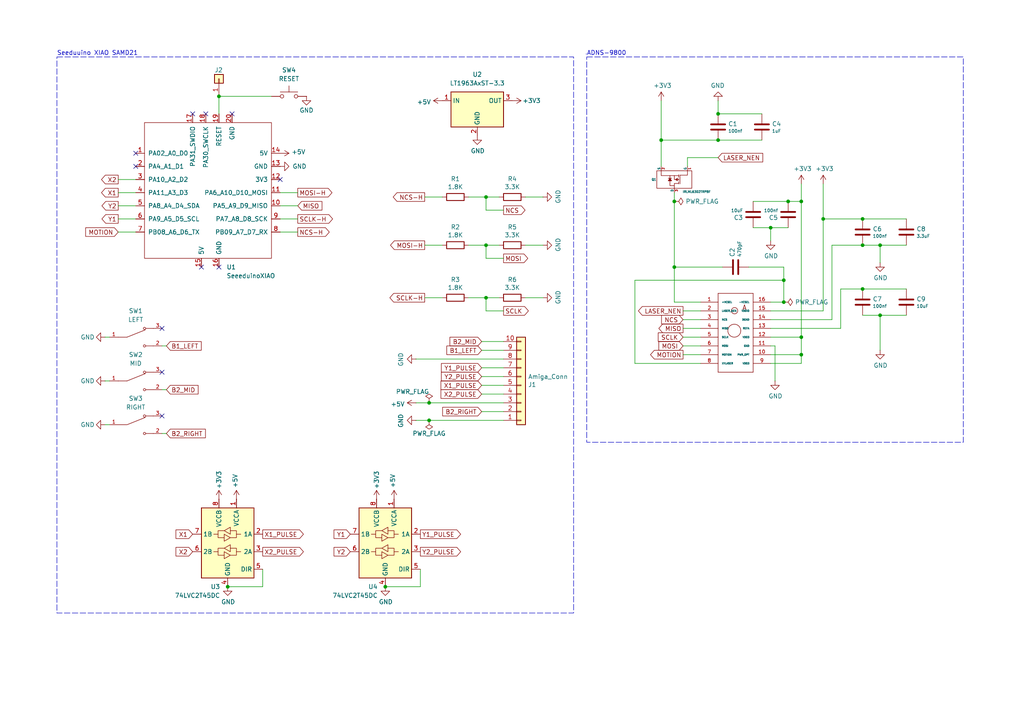
<source format=kicad_sch>
(kicad_sch (version 20231120) (generator "eeschema") (generator_version "8.0")
  (paper "A4")
  (lib_symbols
    (symbol "Connector_Generic:Conn_01x01" (pin_names (offset 1.016) hide)
      (property "Reference" "J" (at 0 2.54 0))
      (property "Value" "Conn_01x01" (at 0 -2.54 0))
      (symbol "Conn_01x01_1_1"
        (rectangle (start -1.27 0.127) (end 0 -0.127) (stroke (width 0.1524)))
        (rectangle (start -1.27 1.27) (end 1.27 -1.27) (stroke (width 0.254)) (fill (type background)))
        (pin passive line (at -5.08 0 0) (length 3.81) (name "Pin_1") (number "1"))
      )
    )
    (symbol "Connector_Generic:Conn_01x10" (pin_names (offset 1.016) hide)
      (property "Reference" "J" (at 0 12.7 0))
      (property "Value" "Conn_01x10" (at 0 -15.24 0))
      (symbol "Conn_01x10_1_1"
        (rectangle (start -1.27 -12.573) (end 0 -12.827) (stroke (width 0.1524)))
        (rectangle (start -1.27 -10.033) (end 0 -10.287) (stroke (width 0.1524)))
        (rectangle (start -1.27 -7.493) (end 0 -7.747) (stroke (width 0.1524)))
        (rectangle (start -1.27 -4.953) (end 0 -5.207) (stroke (width 0.1524)))
        (rectangle (start -1.27 -2.413) (end 0 -2.667) (stroke (width 0.1524)))
        (rectangle (start -1.27 0.127) (end 0 -0.127) (stroke (width 0.1524)))
        (rectangle (start -1.27 2.667) (end 0 2.413) (stroke (width 0.1524)))
        (rectangle (start -1.27 5.207) (end 0 4.953) (stroke (width 0.1524)))
        (rectangle (start -1.27 7.747) (end 0 7.493) (stroke (width 0.1524)))
        (rectangle (start -1.27 10.287) (end 0 10.033) (stroke (width 0.1524)))
        (rectangle (start -1.27 11.43) (end 1.27 -13.97) (stroke (width 0.254)) (fill (type background)))
        (pin passive line (at -5.08 10.16 0) (length 3.81) (name "Pin_1") (number "1"))
        (pin passive line (at -5.08 -12.7 0) (length 3.81) (name "Pin_10") (number "10"))
        (pin passive line (at -5.08 7.62 0) (length 3.81) (name "Pin_2") (number "2"))
        (pin passive line (at -5.08 5.08 0) (length 3.81) (name "Pin_3") (number "3"))
        (pin passive line (at -5.08 2.54 0) (length 3.81) (name "Pin_4") (number "4"))
        (pin passive line (at -5.08 0 0) (length 3.81) (name "Pin_5") (number "5"))
        (pin passive line (at -5.08 -2.54 0) (length 3.81) (name "Pin_6") (number "6"))
        (pin passive line (at -5.08 -5.08 0) (length 3.81) (name "Pin_7") (number "7"))
        (pin passive line (at -5.08 -7.62 0) (length 3.81) (name "Pin_8") (number "8"))
        (pin passive line (at -5.08 -10.16 0) (length 3.81) (name "Pin_9") (number "9"))
      )
    )
    (symbol "Device:C" (pin_numbers hide) (pin_names (offset 0.254))
      (property "Reference" "C" (at 0.635 2.54 0))
      (property "Value" "C" (at 0.635 -2.54 0))
      (symbol "C_0_1"
        (polyline (pts (xy -2.032 -0.762) (xy 2.032 -0.762)) (stroke (width 0.508)))
        (polyline (pts (xy -2.032 0.762) (xy 2.032 0.762)) (stroke (width 0.508)))
      )
      (symbol "C_1_1"
        (pin passive line (at 0 3.81 270) (length 2.794) (name "~") (number "1"))
        (pin passive line (at 0 -3.81 90) (length 2.794) (name "~") (number "2"))
      )
    )
    (symbol "Device:R" (pin_numbers hide) (pin_names (offset 0))
      (property "Reference" "R" (at 2.032 0 90))
      (property "Value" "R" (at 0 0 90))
      (symbol "R_0_1"
        (rectangle (start -1.016 -2.54) (end 1.016 2.54) (stroke (width 0.254)))
      )
      (symbol "R_1_1"
        (pin passive line (at 0 3.81 270) (length 1.27) (name "~") (number "1"))
        (pin passive line (at 0 -3.81 90) (length 1.27) (name "~") (number "2"))
      )
    )
    (symbol "Logic_LevelTranslator:74LVC2T45DC"
      (property "Reference" "U" (at 6.35 -11.43 0))
      (property "Value" "74LVC2T45DC" (at 10.16 11.43 0))
      (symbol "74LVC2T45DC_1_1"
        (rectangle (start -7.62 10.16) (end 7.62 -10.16) (stroke (width 0.254)) (fill (type background)))
        (polyline (pts (xy -2.54 -2.54) (xy -2.54 -1.524) (xy -0.762 -1.524)))
        (polyline (pts (xy -2.54 2.54) (xy -2.54 3.556) (xy -0.762 3.556)))
        (polyline (pts (xy 2.794 -2.54) (xy 2.794 -3.556) (xy 1.016 -3.556)))
        (polyline (pts (xy 2.794 2.54) (xy 2.794 1.524) (xy 1.016 1.524)))
        (polyline (pts (xy -0.762 -3.556) (xy -2.54 -3.556) (xy -2.54 -2.54) (xy -3.81 -2.54)))
        (polyline (pts (xy -0.762 -2.54) (xy -0.762 -0.508) (xy 1.016 -1.524) (xy -0.762 -2.54)))
        (polyline (pts (xy -0.762 1.524) (xy -2.54 1.524) (xy -2.54 2.54) (xy -3.81 2.54)))
        (polyline (pts (xy -0.762 2.54) (xy -0.762 4.572) (xy 1.016 3.556) (xy -0.762 2.54)))
        (polyline (pts (xy 1.016 -1.524) (xy 2.794 -1.524) (xy 2.794 -2.54) (xy 4.064 -2.54)))
        (polyline (pts (xy 1.016 3.556) (xy 2.794 3.556) (xy 2.794 2.54) (xy 4.064 2.54)))
        (polyline (pts (xy 1.016 -2.54) (xy 1.016 -4.318) (xy 1.016 -4.572) (xy -0.762 -3.556) (xy 1.016 -2.54)))
        (polyline (pts (xy 1.016 2.54) (xy 1.016 0.762) (xy 1.016 0.508) (xy -0.762 1.524) (xy 1.016 2.54)))
        (pin power_in line (at -2.54 12.7 270) (length 2.54) (name "VCCA") (number "1"))
        (pin bidirectional line (at -10.16 2.54 0) (length 2.54) (name "1A") (number "2"))
        (pin bidirectional line (at -10.16 -2.54 0) (length 2.54) (name "2A") (number "3"))
        (pin power_in line (at 0 -12.7 90) (length 2.54) (name "GND") (number "4"))
        (pin input line (at -10.16 -7.62 0) (length 2.54) (name "DIR") (number "5"))
        (pin bidirectional line (at 10.16 -2.54 180) (length 2.54) (name "2B") (number "6"))
        (pin bidirectional line (at 10.16 2.54 180) (length 2.54) (name "1B") (number "7"))
        (pin power_in line (at 2.54 12.7 270) (length 2.54) (name "VCCB") (number "8"))
      )
    )
    (symbol "PregnantLaserMouse:ADNS-9800" (pin_names (offset 1.016))
      (symbol "ADNS-9800_1_0"
        (polyline (pts (xy -2.54 0) (xy -2.54 10.16)))
        (polyline (pts (xy -2.54 10.16) (xy 20.32 10.16)))
        (polyline (pts (xy 20.32 0) (xy -2.54 0)))
        (polyline (pts (xy 20.32 10.16) (xy 20.32 0)))
        (text "A" (at 1.5748 7.6454 900) (effects (font (size 1.4224 1.4224))))
      )
      (symbol "ADNS-9800_1_1"
        (circle (center 2.4892 4.7752) (radius 0.9144))
        (circle (center 8.2804 4.699) (radius 1.8796))
        (pin power_in line (at 0 -5.08 90) (length 5.08) (name "+VCSEL") (number "1"))
        (pin input line (at 15.24 15.24 270) (length 5.08) (name "PWR_OPT") (number "10"))
        (pin power_in line (at 12.7 15.24 270) (length 5.08) (name "GND") (number "11"))
        (pin power_in line (at 10.16 15.24 270) (length 5.08) (name "VDD3") (number "12"))
        (pin power_out line (at 7.62 15.24 270) (length 5.08) (name "REFA") (number "13"))
        (pin power_in line (at 5.08 15.24 270) (length 5.08) (name "DGND") (number "14"))
        (pin power_in line (at 2.54 15.24 270) (length 5.08) (name "VDDIO") (number "15"))
        (pin power_in line (at 0 15.24 270) (length 5.08) (name "-VCSEL") (number "16"))
        (pin output line (at 2.54 -5.08 90) (length 5.08) (name "LASER_NEN") (number "2"))
        (pin input line (at 5.08 -5.08 90) (length 5.08) (name "NCS") (number "3"))
        (pin output line (at 7.62 -5.08 90) (length 5.08) (name "MISO") (number "4"))
        (pin input line (at 10.16 -5.08 90) (length 5.08) (name "SCLK") (number "5"))
        (pin input line (at 12.7 -5.08 90) (length 5.08) (name "MOSI") (number "6"))
        (pin output line (at 15.24 -5.08 90) (length 5.08) (name "MOTION") (number "7"))
        (pin input line (at 17.78 -5.08 90) (length 5.08) (name "XYLASER") (number "8"))
        (pin power_in line (at 17.78 15.24 270) (length 5.08) (name "VDD3") (number "9"))
      )
    )
    (symbol "PregnantLaserMouse:D2F-01F" (pin_names (offset 1.016))
      (property "Reference" "S" (at -2.54 5.08 0))
      (property "Value" "D2F-01F" (at -2.54 -5.08 0))
      (symbol "D2F-01F_0_0"
        (polyline (pts (xy -2.54 0) (xy -5.08 0)) (stroke (width 0.1524)))
        (polyline (pts (xy -2.54 0) (xy 2.794 2.1336)) (stroke (width 0.1524)))
        (polyline (pts (xy 5.08 -2.54) (xy 2.921 -2.54)) (stroke (width 0.1524)))
        (polyline (pts (xy 5.08 2.54) (xy 2.921 2.54)) (stroke (width 0.1524)))
        (circle (center 2.54 -2.54) (radius 0.3302) (stroke (width 0.1524)))
        (circle (center 2.54 2.54) (radius 0.3302) (stroke (width 0.1524)))
        (pin passive line (at -7.62 0 0) (length 2.54) (name "~") (number "1"))
        (pin passive line (at 7.62 -2.54 180) (length 2.54) (name "~") (number "2"))
        (pin passive line (at 7.62 2.54 180) (length 2.54) (name "~") (number "3"))
      )
    )
    (symbol "PregnantLaserMouse:PMOS_VISHAY_SOT23" (pin_names (offset 0))
      (property "Reference" "Q1" (at 0 -6.604 90))
      (property "Value" "IRLML6302TRPBF" (at 3.556 2.413 90))
      (symbol "PMOS_VISHAY_SOT23_0_1"
        (rectangle (start -2.54 5.08) (end 2.54 -5.08))
        (polyline (pts (xy -1.397 1.27) (xy -0.635 1.27)))
        (polyline (pts (xy -1.27 1.651) (xy 1.27 1.651)))
        (polyline (pts (xy -0.381 -0.762) (xy -0.381 -1.778)))
        (polyline (pts (xy -0.254 1.27) (xy 0.254 1.27)))
        (polyline (pts (xy 0.635 1.27) (xy 1.27 1.27)))
        (polyline (pts (xy -2.54 -3.81) (xy -1.143 -3.81) (xy -1.143 1.27)))
        (polyline (pts (xy -2.54 3.81) (xy -1.27 3.81) (xy -1.27 1.651)))
        (polyline (pts (xy 0 1.27) (xy 0 0) (xy -1.143 0)))
        (polyline (pts (xy 1.143 1.27) (xy 1.143 0) (xy 2.54 0)))
        (polyline (pts (xy 1.778 0) (xy 1.778 -1.27) (xy -1.143 -1.27)))
        (polyline (pts (xy -0.381 -1.27) (xy 0.381 -0.762) (xy 0.381 -1.778) (xy -0.381 -1.27)) (fill (type outline)))
        (polyline (pts (xy -0.381 0.889) (xy 0 0.381) (xy 0.381 0.889) (xy -0.254 0.889) (xy -0.381 0.889)) (fill (type outline)))
      )
      (symbol "PMOS_VISHAY_SOT23_1_1"
        (pin input line (at -3.81 3.81 0) (length 1.27) (name "G") (number "1"))
        (pin input line (at -3.81 -3.81 0) (length 1.27) (name "S") (number "2"))
        (pin input line (at 3.81 0 180) (length 1.27) (name "D") (number "3"))
      )
    )
    (symbol "PregnantLaserMouse:SeeeduinoXIAO" (pin_names (offset 1.016))
      (property "Reference" "U" (at -19.05 22.86 0))
      (property "Value" "SeeeduinoXIAO" (at -12.7 21.59 0))
      (symbol "SeeeduinoXIAO_0_1"
        (rectangle (start -19.05 20.32) (end 17.78 -19.05))
      )
      (symbol "SeeeduinoXIAO_1_1"
        (pin passive line (at -21.59 11.43 0) (length 2.54) (name "PA02_A0_D0") (number "1"))
        (pin passive line (at 20.32 -3.81 180) (length 2.54) (name "PA5_A9_D9_MISO") (number "10"))
        (pin passive line (at 20.32 0 180) (length 2.54) (name "PA6_A10_D10_MOSI") (number "11"))
        (pin power_out line (at 20.32 3.81 180) (length 2.54) (name "3V3") (number "12"))
        (pin power_in line (at 20.32 7.62 180) (length 2.54) (name "GND") (number "13"))
        (pin power_in line (at 20.32 11.43 180) (length 2.54) (name "5V") (number "14"))
        (pin power_in line (at -2.54 -21.59 90) (length 2.54) (name "5V") (number "15"))
        (pin power_in line (at 2.54 -21.59 90) (length 2.54) (name "GND") (number "16"))
        (pin input line (at -5.08 22.86 270) (length 2.54) (name "PA31_SWDIO") (number "17"))
        (pin input line (at -1.27 22.86 270) (length 2.54) (name "PA30_SWCLK") (number "18"))
        (pin input line (at 2.54 22.86 270) (length 2.54) (name "RESET") (number "19"))
        (pin passive line (at -21.59 7.62 0) (length 2.54) (name "PA4_A1_D1") (number "2"))
        (pin input line (at 6.35 22.86 270) (length 2.54) (name "GND") (number "20"))
        (pin passive line (at -21.59 3.81 0) (length 2.54) (name "PA10_A2_D2") (number "3"))
        (pin passive line (at -21.59 0 0) (length 2.54) (name "PA11_A3_D3") (number "4"))
        (pin passive line (at -21.59 -3.81 0) (length 2.54) (name "PA8_A4_D4_SDA") (number "5"))
        (pin passive line (at -21.59 -7.62 0) (length 2.54) (name "PA9_A5_D5_SCL") (number "6"))
        (pin passive line (at -21.59 -11.43 0) (length 2.54) (name "PB08_A6_D6_TX") (number "7"))
        (pin passive line (at 20.32 -11.43 180) (length 2.54) (name "PB09_A7_D7_RX") (number "8"))
        (pin passive line (at 20.32 -7.62 180) (length 2.54) (name "PA7_A8_D8_SCK") (number "9"))
      )
    )
    (symbol "Regulator_Linear:LT1963AxST-3.3"
      (property "Reference" "U" (at -7.62 6.35 0))
      (property "Value" "LT1963AxST-3.3" (at -1.27 6.35 0))
      (symbol "LT1963AxST-3.3_0_1"
        (rectangle (start -7.62 5.08) (end 7.62 -5.08) (stroke (width 0.254)) (fill (type background)))
      )
      (symbol "LT1963AxST-3.3_1_1"
        (pin power_in line (at -10.16 2.54 0) (length 2.54) (name "IN") (number "1"))
        (pin power_in line (at 0 -7.62 90) (length 2.54) (name "GND") (number "2"))
        (pin power_out line (at 10.16 2.54 180) (length 2.54) (name "OUT") (number "3"))
      )
    )
    (symbol "Switch:SW_Omron_B3FS" (pin_numbers hide) (pin_names (offset 1.016) hide)
      (property "Reference" "SW" (at 1.27 2.54 0))
      (property "Value" "SW_Omron_B3FS" (at 0 -1.524 0))
      (symbol "SW_Omron_B3FS_0_1"
        (circle (center -2.032 0) (radius 0.508))
        (polyline (pts (xy 0 1.27) (xy 0 3.048)))
        (polyline (pts (xy 2.54 1.27) (xy -2.54 1.27)))
        (circle (center 2.032 0) (radius 0.508))
        (pin passive line (at -5.08 0 0) (length 2.54) (name "1") (number "1"))
        (pin passive line (at 5.08 0 180) (length 2.54) (name "2") (number "2"))
      )
    )
    (symbol "power:+3.3V" (power) (pin_numbers hide) (pin_names (offset 0) hide)
      (property "Value" "+3.3V" (at 0 3.556 0))
      (symbol "+3.3V_0_1"
        (polyline (pts (xy -0.762 1.27) (xy 0 2.54)))
        (polyline (pts (xy 0 0) (xy 0 2.54)))
        (polyline (pts (xy 0 2.54) (xy 0.762 1.27)))
      )
      (symbol "+3.3V_1_1"
        (pin power_in line (at 0 0 90) (length 0) (name "~") (number "1"))
      )
    )
    (symbol "power:+5V" (power) (pin_numbers hide) (pin_names (offset 0) hide)
      (property "Value" "+5V" (at 0 3.556 0))
      (symbol "+5V_0_1"
        (polyline (pts (xy -0.762 1.27) (xy 0 2.54)))
        (polyline (pts (xy 0 0) (xy 0 2.54)))
        (polyline (pts (xy 0 2.54) (xy 0.762 1.27)))
      )
      (symbol "+5V_1_1"
        (pin power_in line (at 0 0 90) (length 0) (name "~") (number "1"))
      )
    )
    (symbol "power:GND" (power) (pin_numbers hide) (pin_names (offset 0) hide)
      (property "Value" "GND" (at 0 -3.81 0))
      (symbol "GND_0_1"
        (polyline (pts (xy 0 0) (xy 0 -1.27) (xy 1.27 -1.27) (xy 0 -2.54) (xy -1.27 -1.27) (xy 0 -1.27)))
      )
      (symbol "GND_1_1"
        (pin power_in line (at 0 0 270) (length 0) (name "~") (number "1"))
      )
    )
    (symbol "power:PWR_FLAG" (power) (pin_numbers hide) (pin_names (offset 0) hide)
      (property "Value" "PWR_FLAG" (at 0 3.81 0))
      (symbol "PWR_FLAG_0_0"
        (pin power_out line (at 0 0 90) (length 0) (name "~") (number "1"))
      )
      (symbol "PWR_FLAG_0_1"
        (polyline (pts (xy 0 0) (xy 0 1.27) (xy -1.016 1.905) (xy 0 2.54) (xy 1.016 1.905) (xy 0 1.27)))
      )
    )
  )
  (junction (at 227.33 87.63))
  (junction (at 140.97 57.15))
  (junction (at 208.28 33.02))
  (junction (at 140.97 86.36))
  (junction (at 195.58 58.42))
  (junction (at 124.46 121.92))
  (junction (at 238.76 63.5))
  (junction (at 111.76 170.18))
  (junction (at 250.19 71.12))
  (junction (at 250.19 83.82))
  (junction (at 228.6 58.42))
  (junction (at 140.97 71.12))
  (junction (at 208.28 40.64))
  (junction (at 191.77 40.64))
  (junction (at 232.41 97.79))
  (junction (at 250.19 63.5))
  (junction (at 227.33 81.28))
  (junction (at 232.41 58.42))
  (junction (at 255.27 71.12))
  (junction (at 63.5 27.94))
  (junction (at 255.27 91.44))
  (junction (at 124.46 116.84))
  (junction (at 66.04 170.18))
  (junction (at 232.41 102.87))
  (junction (at 195.58 77.47))
  (junction (at 223.52 66.04))
  (no_connect (at 59.69 33.02))
  (no_connect (at 63.5 77.47))
  (no_connect (at 55.88 33.02))
  (no_connect (at 67.31 33.02))
  (no_connect (at 58.42 77.47))
  (no_connect (at 46.99 95.25))
  (no_connect (at 81.28 52.07))
  (no_connect (at 39.37 48.26))
  (no_connect (at 39.37 44.45))
  (no_connect (at 46.99 120.65))
  (no_connect (at 46.99 107.95))
  (wire (pts (xy 232.41 105.41) (xy 223.52 105.41)))
  (wire (pts (xy 208.28 40.64) (xy 220.98 40.64)))
  (wire (pts (xy 140.97 86.36) (xy 140.97 90.17)))
  (wire (pts (xy 217.17 77.47) (xy 227.33 77.47)))
  (wire (pts (xy 195.58 55.88) (xy 195.58 58.42)))
  (wire (pts (xy 121.92 165.1) (xy 121.92 170.18)))
  (wire (pts (xy 140.97 71.12) (xy 144.78 71.12)))
  (wire (pts (xy 228.6 66.04) (xy 223.52 66.04)))
  (wire (pts (xy 48.26 125.73) (xy 46.99 125.73)))
  (wire (pts (xy 223.52 100.33) (xy 224.79 100.33)))
  (wire (pts (xy 218.44 58.42) (xy 228.6 58.42)))
  (wire (pts (xy 128.27 57.15) (xy 123.19 57.15)))
  (wire (pts (xy 81.28 67.31) (xy 86.36 67.31)))
  (wire (pts (xy 30.48 97.79) (xy 31.75 97.79)))
  (wire (pts (xy 198.12 102.87) (xy 203.2 102.87)))
  (wire (pts (xy 191.77 40.64) (xy 191.77 48.26)))
  (wire (pts (xy 195.58 87.63) (xy 203.2 87.63)))
  (wire (pts (xy 223.52 87.63) (xy 227.33 87.63)))
  (wire (pts (xy 34.29 55.88) (xy 39.37 55.88)))
  (wire (pts (xy 243.84 83.82) (xy 243.84 95.25)))
  (wire (pts (xy 224.79 100.33) (xy 224.79 110.49)))
  (wire (pts (xy 48.26 113.03) (xy 46.99 113.03)))
  (wire (pts (xy 198.12 95.25) (xy 203.2 95.25)))
  (wire (pts (xy 232.41 58.42) (xy 232.41 97.79)))
  (polyline (pts (xy 170.053 15.621) (xy 170.053 15.748)) (stroke (width 0) (type dash)))
  (wire (pts (xy 227.33 77.47) (xy 227.33 81.28)))
  (wire (pts (xy 124.46 121.92) (xy 146.05 121.92)))
  (wire (pts (xy 135.89 57.15) (xy 140.97 57.15)))
  (wire (pts (xy 140.97 74.93) (xy 146.05 74.93)))
  (wire (pts (xy 76.2 170.18) (xy 66.04 170.18)))
  (wire (pts (xy 223.52 92.71) (xy 241.3 92.71)))
  (wire (pts (xy 232.41 58.42) (xy 232.41 53.34)))
  (wire (pts (xy 255.27 76.2) (xy 255.27 71.12)))
  (wire (pts (xy 140.97 86.36) (xy 144.78 86.36)))
  (wire (pts (xy 250.19 91.44) (xy 255.27 91.44)))
  (wire (pts (xy 255.27 91.44) (xy 262.89 91.44)))
  (wire (pts (xy 152.4 71.12) (xy 157.48 71.12)))
  (wire (pts (xy 152.4 86.36) (xy 157.48 86.36)))
  (wire (pts (xy 140.97 60.96) (xy 146.05 60.96)))
  (wire (pts (xy 250.19 63.5) (xy 262.89 63.5)))
  (wire (pts (xy 76.2 165.1) (xy 76.2 170.18)))
  (wire (pts (xy 124.46 116.84) (xy 146.05 116.84)))
  (wire (pts (xy 128.27 86.36) (xy 123.19 86.36)))
  (wire (pts (xy 121.92 170.18) (xy 111.76 170.18)))
  (wire (pts (xy 128.27 71.12) (xy 123.19 71.12)))
  (wire (pts (xy 135.89 86.36) (xy 140.97 86.36)))
  (wire (pts (xy 120.65 121.92) (xy 124.46 121.92)))
  (wire (pts (xy 198.12 100.33) (xy 203.2 100.33)))
  (wire (pts (xy 227.33 81.28) (xy 227.33 87.63)))
  (wire (pts (xy 139.7 101.6) (xy 146.05 101.6)))
  (wire (pts (xy 191.77 40.64) (xy 191.77 29.21)))
  (wire (pts (xy 48.26 100.33) (xy 46.99 100.33)))
  (wire (pts (xy 140.97 57.15) (xy 144.78 57.15)))
  (wire (pts (xy 262.89 71.12) (xy 255.27 71.12)))
  (wire (pts (xy 199.39 45.72) (xy 208.28 45.72)))
  (wire (pts (xy 199.39 45.72) (xy 199.39 48.26)))
  (wire (pts (xy 139.7 106.68) (xy 146.05 106.68)))
  (wire (pts (xy 81.28 59.69) (xy 86.36 59.69)))
  (wire (pts (xy 191.77 40.64) (xy 208.28 40.64)))
  (wire (pts (xy 223.52 66.04) (xy 223.52 69.85)))
  (wire (pts (xy 63.5 27.94) (xy 78.74 27.94)))
  (wire (pts (xy 223.52 95.25) (xy 243.84 95.25)))
  (wire (pts (xy 195.58 58.42) (xy 195.58 77.47)))
  (wire (pts (xy 232.41 97.79) (xy 223.52 97.79)))
  (wire (pts (xy 218.44 66.04) (xy 223.52 66.04)))
  (wire (pts (xy 195.58 77.47) (xy 195.58 87.63)))
  (wire (pts (xy 81.28 55.88) (xy 86.36 55.88)))
  (wire (pts (xy 238.76 63.5) (xy 250.19 63.5)))
  (wire (pts (xy 139.7 99.06) (xy 146.05 99.06)))
  (wire (pts (xy 223.52 102.87) (xy 232.41 102.87)))
  (wire (pts (xy 232.41 102.87) (xy 232.41 105.41)))
  (wire (pts (xy 241.3 71.12) (xy 250.19 71.12)))
  (wire (pts (xy 63.5 27.94) (xy 63.5 33.02)))
  (wire (pts (xy 81.28 63.5) (xy 86.36 63.5)))
  (wire (pts (xy 120.65 104.14) (xy 146.05 104.14)))
  (wire (pts (xy 232.41 97.79) (xy 232.41 102.87)))
  (wire (pts (xy 243.84 83.82) (xy 250.19 83.82)))
  (wire (pts (xy 140.97 90.17) (xy 146.05 90.17)))
  (wire (pts (xy 34.29 52.07) (xy 39.37 52.07)))
  (wire (pts (xy 39.37 67.31) (xy 34.29 67.31)))
  (wire (pts (xy 195.58 77.47) (xy 209.55 77.47)))
  (wire (pts (xy 30.48 123.19) (xy 31.75 123.19)))
  (wire (pts (xy 198.12 92.71) (xy 203.2 92.71)))
  (wire (pts (xy 34.29 63.5) (xy 39.37 63.5)))
  (wire (pts (xy 139.7 119.38) (xy 146.05 119.38)))
  (wire (pts (xy 140.97 71.12) (xy 140.97 74.93)))
  (wire (pts (xy 238.76 63.5) (xy 238.76 90.17)))
  (wire (pts (xy 241.3 71.12) (xy 241.3 92.71)))
  (wire (pts (xy 140.97 57.15) (xy 140.97 60.96)))
  (wire (pts (xy 139.7 114.3) (xy 146.05 114.3)))
  (wire (pts (xy 198.12 90.17) (xy 203.2 90.17)))
  (wire (pts (xy 30.48 110.49) (xy 31.75 110.49)))
  (wire (pts (xy 198.12 97.79) (xy 203.2 97.79)))
  (wire (pts (xy 184.15 105.41) (xy 203.2 105.41)))
  (wire (pts (xy 223.52 90.17) (xy 238.76 90.17)))
  (wire (pts (xy 250.19 83.82) (xy 262.89 83.82)))
  (wire (pts (xy 208.28 33.02) (xy 208.28 29.21)))
  (wire (pts (xy 238.76 53.34) (xy 238.76 63.5)))
  (wire (pts (xy 228.6 58.42) (xy 232.41 58.42)))
  (wire (pts (xy 120.65 116.84) (xy 124.46 116.84)))
  (wire (pts (xy 184.15 81.28) (xy 184.15 105.41)))
  (wire (pts (xy 139.7 109.22) (xy 146.05 109.22)))
  (wire (pts (xy 250.19 71.12) (xy 255.27 71.12)))
  (wire (pts (xy 220.98 33.02) (xy 208.28 33.02)))
  (wire (pts (xy 135.89 71.12) (xy 140.97 71.12)))
  (wire (pts (xy 139.7 111.76) (xy 146.05 111.76)))
  (wire (pts (xy 34.29 59.69) (xy 39.37 59.69)))
  (wire (pts (xy 152.4 57.15) (xy 157.48 57.15)))
  (wire (pts (xy 227.33 81.28) (xy 184.15 81.28)))
  (wire (pts (xy 255.27 91.44) (xy 255.27 101.6)))
  (rectangle (start 170.18 16.51) (end 279.4 128.27) (stroke (width 0) (type dash)))
  (rectangle (start 16.51 16.51) (end 166.37 177.8) (stroke (width 0) (type dash)))
  (text "ADNS-9800" (at 170.18 16.256 0) (effects (font (size 1.27 1.27)) (justify left bottom)))
  (text "Seeduuino XIAO SAMD21" (at 16.51 16.256 0) (effects (font (size 1.27 1.27)) (justify left bottom)))
  (global_label "MISO" (shape output) (at 198.12 95.25 180) (property "Intersheetrefs" "${INTERSHEET_REFS}" (effects (hide yes))))
  (global_label "SCLK-H" (shape output) (at 123.19 86.36 180) (property "Intersheetrefs" "${INTERSHEET_REFS}" (effects (hide yes))))
  (global_label "LASER_NEN" (shape input) (at 208.28 45.72 0) (property "Intersheetrefs" "${INTERSHEET_REFS}" (effects (hide yes))))
  (global_label "B2_MID" (shape input) (at 139.7 99.06 180) (property "Intersheetrefs" "${INTERSHEET_REFS}" (effects (hide yes))))
  (global_label "B1_LEFT" (shape input) (at 48.26 100.33 0) (property "Intersheetrefs" "${INTERSHEET_REFS}" (effects (hide yes))))
  (global_label "X1" (shape output) (at 34.29 55.88 180) (property "Intersheetrefs" "${INTERSHEET_REFS}" (effects (hide yes))))
  (global_label "B1_LEFT" (shape input) (at 139.7 101.6 180) (property "Intersheetrefs" "${INTERSHEET_REFS}" (effects (hide yes))))
  (global_label "X1_PULSE" (shape output) (at 76.2 154.94 0) (property "Intersheetrefs" "${INTERSHEET_REFS}" (effects (hide yes))))
  (global_label "Y1" (shape input) (at 101.6 154.94 180) (property "Intersheetrefs" "${INTERSHEET_REFS}" (effects (hide yes))))
  (global_label "X2_PULSE" (shape output) (at 76.2 160.02 0) (property "Intersheetrefs" "${INTERSHEET_REFS}" (effects (hide yes))))
  (global_label "B2_RIGHT" (shape input) (at 139.7 119.38 180) (property "Intersheetrefs" "${INTERSHEET_REFS}" (effects (hide yes))))
  (global_label "Y2" (shape input) (at 101.6 160.02 180) (property "Intersheetrefs" "${INTERSHEET_REFS}" (effects (hide yes))))
  (global_label "B2_RIGHT" (shape input) (at 48.26 125.73 0) (property "Intersheetrefs" "${INTERSHEET_REFS}" (effects (hide yes))))
  (global_label "SCLK-H" (shape output) (at 86.36 63.5 0) (property "Intersheetrefs" "${INTERSHEET_REFS}" (effects (hide yes))))
  (global_label "Y2" (shape output) (at 34.29 59.69 180) (property "Intersheetrefs" "${INTERSHEET_REFS}" (effects (hide yes))))
  (global_label "MOTION" (shape input) (at 34.29 67.31 180) (property "Intersheetrefs" "${INTERSHEET_REFS}" (effects (hide yes))))
  (global_label "X2_PULSE" (shape input) (at 139.7 114.3 180) (property "Intersheetrefs" "${INTERSHEET_REFS}" (effects (hide yes))))
  (global_label "NCS-H" (shape output) (at 86.36 67.31 0) (property "Intersheetrefs" "${INTERSHEET_REFS}" (effects (hide yes))))
  (global_label "Y1" (shape output) (at 34.29 63.5 180) (property "Intersheetrefs" "${INTERSHEET_REFS}" (effects (hide yes))))
  (global_label "MOTION" (shape output) (at 198.12 102.87 180) (property "Intersheetrefs" "${INTERSHEET_REFS}" (effects (hide yes))))
  (global_label "MOSI-H" (shape output) (at 86.36 55.88 0) (property "Intersheetrefs" "${INTERSHEET_REFS}" (effects (hide yes))))
  (global_label "X1_PULSE" (shape input) (at 139.7 111.76 180) (property "Intersheetrefs" "${INTERSHEET_REFS}" (effects (hide yes))))
  (global_label "Y2_PULSE" (shape output) (at 121.92 160.02 0) (property "Intersheetrefs" "${INTERSHEET_REFS}" (effects (hide yes))))
  (global_label "NCS-H" (shape output) (at 123.19 57.15 180) (property "Intersheetrefs" "${INTERSHEET_REFS}" (effects (hide yes))))
  (global_label "X1" (shape input) (at 55.88 154.94 180) (property "Intersheetrefs" "${INTERSHEET_REFS}" (effects (hide yes))))
  (global_label "X2" (shape output) (at 34.29 52.07 180) (property "Intersheetrefs" "${INTERSHEET_REFS}" (effects (hide yes))))
  (global_label "MOSI" (shape output) (at 146.05 74.93 0) (property "Intersheetrefs" "${INTERSHEET_REFS}" (effects (hide yes))))
  (global_label "Y2_PULSE" (shape input) (at 139.7 109.22 180) (property "Intersheetrefs" "${INTERSHEET_REFS}" (effects (hide yes))))
  (global_label "MOSI-H" (shape output) (at 123.19 71.12 180) (property "Intersheetrefs" "${INTERSHEET_REFS}" (effects (hide yes))))
  (global_label "MOSI" (shape input) (at 198.12 100.33 180) (property "Intersheetrefs" "${INTERSHEET_REFS}" (effects (hide yes))))
  (global_label "B2_MID" (shape input) (at 48.26 113.03 0) (property "Intersheetrefs" "${INTERSHEET_REFS}" (effects (hide yes))))
  (global_label "NCS" (shape input) (at 198.12 92.71 180) (property "Intersheetrefs" "${INTERSHEET_REFS}" (effects (hide yes))))
  (global_label "SCLK" (shape output) (at 146.05 90.17 0) (property "Intersheetrefs" "${INTERSHEET_REFS}" (effects (hide yes))))
  (global_label "LASER_NEN" (shape output) (at 198.12 90.17 180) (property "Intersheetrefs" "${INTERSHEET_REFS}" (effects (hide yes))))
  (global_label "X2" (shape input) (at 55.88 160.02 180) (property "Intersheetrefs" "${INTERSHEET_REFS}" (effects (hide yes))))
  (global_label "MISO" (shape input) (at 86.36 59.69 0) (property "Intersheetrefs" "${INTERSHEET_REFS}" (effects (hide yes))))
  (global_label "SCLK" (shape input) (at 198.12 97.79 180) (property "Intersheetrefs" "${INTERSHEET_REFS}" (effects (hide yes))))
  (global_label "NCS" (shape output) (at 146.05 60.96 0) (property "Intersheetrefs" "${INTERSHEET_REFS}" (effects (hide yes))))
  (global_label "Y1_PULSE" (shape output) (at 121.92 154.94 0) (property "Intersheetrefs" "${INTERSHEET_REFS}" (effects (hide yes))))
  (global_label "Y1_PULSE" (shape input) (at 139.7 106.68 180) (property "Intersheetrefs" "${INTERSHEET_REFS}" (effects (hide yes))))
  (symbol (lib_id "power:GND") (at 138.43 39.37 0) (unit 1)
    (property "Reference" "#PWR021" (effects (hide yes)))
    (property "Value" "GND" (at 138.557 43.7642 0))
    (property "Description" "Power symbol creates a global label with name \"GND\" , ground" (effects (hide yes)))
  )
  (symbol (lib_id "Device:R") (at 148.59 71.12 90) (mirror x) (unit 1)
    (property "Reference" "R5" (at 148.59 65.8622 90))
    (property "Value" "3.3K" (at 148.59 68.1736 90))
    (property "Footprint" "Resistor_SMD:R_0805_2012Metric" (effects (hide yes)))
  )
  (symbol (lib_id "Device:C") (at 250.19 67.31 0) (unit 1)
    (property "Reference" "C6" (at 253.111 66.421 0) (effects (justify left)))
    (property "Value" "100nf" (at 253.111 68.4784 0) (effects (font (size 0.9144 0.9144)) (justify left)))
    (property "Footprint" "Capacitor_SMD:C_0805_2012Metric" (effects (hide yes)))
  )
  (symbol (lib_id "Device:C") (at 262.89 67.31 0) (unit 1)
    (property "Reference" "C8" (at 265.811 66.421 0) (effects (justify left)))
    (property "Value" "3.3uF" (at 265.811 68.4784 0) (effects (font (size 0.9144 0.9144)) (justify left)))
    (property "Footprint" "Capacitor_SMD:C_0805_2012Metric" (effects (hide yes)))
  )
  (symbol (lib_id "power:GND") (at 111.76 170.18 0) (unit 1)
    (property "Reference" "#PWR028" (effects (hide yes)))
    (property "Value" "GND" (at 111.887 174.5742 0))
    (property "Description" "Power symbol creates a global label with name \"GND\" , ground" (effects (hide yes)))
  )
  (symbol (lib_id "power:+5V") (at 68.58 144.78 0) (mirror y) (unit 1)
    (property "Reference" "#PWR025" (effects (hide yes)))
    (property "Value" "+5V" (at 68.199 141.5288 90) (effects (justify left)))
    (property "Description" "Power symbol creates a global label with name \"+5V\"" (effects (hide yes)))
  )
  (symbol (lib_id "power:+3.3V") (at 148.59 29.21 270) (unit 1)
    (property "Reference" "#PWR022" (effects (hide yes)))
    (property "Value" "+3V3" (at 154.178 29.21 90))
    (property "Description" "Power symbol creates a global label with name \"+3.3V\"" (effects (hide yes)))
  )
  (symbol (lib_id "Connector_Generic:Conn_01x01") (at 63.5 22.86 90) (unit 1)
    (property "Reference" "J2" (at 62.23 20.32 90) (effects (justify right)))
    (property "Value" "Conn_01x01" (effects (hide yes)))
    (property "Footprint" "PregnantLaserMouse:ResetHole" (effects (hide yes)))
    (property "Description" "Generic connector, single row, 01x01, script generated (kicad-library-utils/schlib/autogen/connector/)" (effects (hide yes)))
  )
  (symbol (lib_id "Logic_LevelTranslator:74LVC2T45DC") (at 66.04 157.48 0) (mirror y) (unit 1)
    (property "Reference" "U3" (at 63.8459 170.18 0) (effects (justify left)))
    (property "Value" "74LVC2T45DC" (at 63.8459 172.72 0) (effects (justify left)))
    (property "Footprint" "Package_SO:VSSOP-8_2.3x2mm_P0.5mm" (effects (hide yes)))
    (property "Datasheet" "https://assets.nexperia.com/documents/data-sheet/74LVC_LVCH2T45.pdf" (effects (hide yes)))
    (property "Description" "Dual supply translating transceiver, 3-state, 2-bit, VSSOP-8" (effects (hide yes)))
  )
  (symbol (lib_id "PregnantLaserMouse:SeeeduinoXIAO") (at 60.96 55.88 0) (unit 1)
    (property "Reference" "U1" (at 65.6941 77.47 0) (effects (justify left)))
    (property "Value" "SeeeduinoXIAO" (at 65.6941 80.01 0) (effects (justify left)))
    (property "Footprint" "PregnantLaserMouse:Seeeduino XIAO-MOUDLE14P-2.54-21X17.8MM" (effects (hide yes)))
  )
  (symbol (lib_id "power:PWR_FLAG") (at 124.46 121.92 180) (unit 1)
    (property "Reference" "#FLG04" (effects (hide yes)))
    (property "Value" "PWR_FLAG" (at 129.286 125.73 0) (effects (justify left)))
    (property "Description" "Special symbol for telling ERC where power comes from" (effects (hide yes)))
  )
  (symbol (lib_id "Device:C") (at 218.44 62.23 180) (unit 1)
    (property "Reference" "C3" (at 215.519 63.119 0) (effects (justify left)))
    (property "Value" "10uF" (at 215.519 61.0616 0) (effects (font (size 0.9144 0.9144)) (justify left)))
    (property "Footprint" "Capacitor_SMD:C_0805_2012Metric" (effects (hide yes)))
  )
  (symbol (lib_id "power:GND") (at 88.9 27.94 0) (mirror y) (unit 1)
    (property "Reference" "#PWR020" (effects (hide yes)))
    (property "Value" "GND" (at 88.9 32.004 0))
    (property "Description" "Power symbol creates a global label with name \"GND\" , ground" (effects (hide yes)))
  )
  (symbol (lib_id "Device:C") (at 262.89 87.63 0) (unit 1)
    (property "Reference" "C9" (at 265.811 86.741 0) (effects (justify left)))
    (property "Value" "10uF" (at 265.811 88.7984 0) (effects (font (size 0.9144 0.9144)) (justify left)))
    (property "Footprint" "Capacitor_SMD:C_0805_2012Metric" (effects (hide yes)))
  )
  (symbol (lib_id "power:+3.3V") (at 232.41 53.34 0) (unit 1)
    (property "Reference" "#PWR016" (effects (hide yes)))
    (property "Value" "+3V3" (at 232.791 48.9458 0))
    (property "Description" "Power symbol creates a global label with name \"+3.3V\"" (effects (hide yes)))
  )
  (symbol (lib_id "power:GND") (at 255.27 101.6 0) (unit 1)
    (property "Reference" "#PWR019" (effects (hide yes)))
    (property "Value" "GND" (at 255.397 105.9942 0))
    (property "Description" "Power symbol creates a global label with name \"GND\" , ground" (effects (hide yes)))
  )
  (symbol (lib_id "Device:R") (at 148.59 57.15 90) (mirror x) (unit 1)
    (property "Reference" "R4" (at 148.59 51.8922 90))
    (property "Value" "3.3K" (at 148.59 54.2036 90))
    (property "Footprint" "Resistor_SMD:R_0805_2012Metric" (effects (hide yes)))
  )
  (symbol (lib_id "Device:C") (at 208.28 36.83 0) (unit 1)
    (property "Reference" "C1" (at 211.201 35.941 0) (effects (justify left)))
    (property "Value" "100nf" (at 211.201 37.9984 0) (effects (font (size 0.9144 0.9144)) (justify left)))
    (property "Footprint" "Capacitor_SMD:C_0805_2012Metric" (effects (hide yes)))
  )
  (symbol (lib_id "power:+5V") (at 114.3 144.78 0) (mirror y) (unit 1)
    (property "Reference" "#PWR029" (effects (hide yes)))
    (property "Value" "+5V" (at 113.919 141.5288 90) (effects (justify left)))
    (property "Description" "Power symbol creates a global label with name \"+5V\"" (effects (hide yes)))
  )
  (symbol (lib_id "power:GND") (at 120.65 104.14 270) (unit 1)
    (property "Reference" "#PWR023" (effects (hide yes)))
    (property "Value" "GND" (at 116.2558 104.267 0))
    (property "Description" "Power symbol creates a global label with name \"GND\" , ground" (effects (hide yes)))
  )
  (symbol (lib_id "power:PWR_FLAG") (at 227.33 87.63 270) (unit 1)
    (property "Reference" "#FLG02" (effects (hide yes)))
    (property "Value" "PWR_FLAG" (at 230.5812 87.63 90) (effects (justify left)))
    (property "Description" "Special symbol for telling ERC where power comes from" (effects (hide yes)))
  )
  (symbol (lib_id "power:+5V") (at 120.65 116.84 90) (mirror x) (unit 1)
    (property "Reference" "#PWR08" (effects (hide yes)))
    (property "Value" "+5V" (at 117.3988 117.221 90) (effects (justify left)))
    (property "Description" "Power symbol creates a global label with name \"+5V\"" (effects (hide yes)))
  )
  (symbol (lib_id "PregnantLaserMouse:PMOS_VISHAY_SOT23") (at 195.58 52.07 270) (unit 1)
    (property "Reference" "Q1" (at 188.976 52.07 90) (effects (font (size 0.635 0.635)) (justify left)))
    (property "Value" "IRLML6302TRPBF" (at 197.993 55.626 90) (effects (font (size 0.635 0.635)) (justify left)))
    (property "Footprint" "Package_TO_SOT_SMD:SOT-23" (effects (hide yes)))
  )
  (symbol (lib_id "Device:C") (at 220.98 36.83 0) (unit 1)
    (property "Reference" "C4" (at 223.901 35.941 0) (effects (justify left)))
    (property "Value" "1uF" (at 223.901 37.9984 0) (effects (font (size 0.9144 0.9144)) (justify left)))
    (property "Footprint" "Capacitor_SMD:C_0805_2012Metric" (effects (hide yes)))
  )
  (symbol (lib_id "PregnantLaserMouse:ADNS-9800") (at 208.28 87.63 270) (unit 1)
    (property "Reference" "M1" (effects (hide yes)))
    (property "Value" "ADNS-9800" (effects (hide yes)))
    (property "Footprint" "OptoDevice:ADNS-9800" (effects (hide yes)))
  )
  (symbol (lib_id "power:+3.3V") (at 191.77 29.21 0) (unit 1)
    (property "Reference" "#PWR012" (effects (hide yes)))
    (property "Value" "+3V3" (at 192.151 24.8158 0))
    (property "Description" "Power symbol creates a global label with name \"+3.3V\"" (effects (hide yes)))
  )
  (symbol (lib_id "Device:R") (at 132.08 57.15 90) (mirror x) (unit 1)
    (property "Reference" "R1" (at 132.08 51.8922 90))
    (property "Value" "1.8K" (at 132.08 54.2036 90))
    (property "Footprint" "Resistor_SMD:R_0805_2012Metric" (effects (hide yes)))
  )
  (symbol (lib_id "Device:C") (at 213.36 77.47 90) (unit 1)
    (property "Reference" "C2" (at 212.3948 74.549 0) (effects (justify left)))
    (property "Value" "470pF" (at 214.503 74.549 0) (effects (font (size 0.9906 0.9906)) (justify left)))
    (property "Footprint" "Capacitor_SMD:C_0805_2012Metric" (effects (hide yes)))
  )
  (symbol (lib_id "power:PWR_FLAG") (at 195.58 58.42 270) (unit 1)
    (property "Reference" "#FLG03" (effects (hide yes)))
    (property "Value" "PWR_FLAG" (at 198.8312 58.42 90) (effects (justify left)))
    (property "Description" "Special symbol for telling ERC where power comes from" (effects (hide yes)))
  )
  (symbol (lib_id "power:+3.3V") (at 109.22 144.78 0) (unit 1)
    (property "Reference" "#PWR027" (effects (hide yes)))
    (property "Value" "+3V3" (at 109.22 139.192 90))
    (property "Description" "Power symbol creates a global label with name \"+3.3V\"" (effects (hide yes)))
  )
  (symbol (lib_id "power:+3.3V") (at 63.5 144.78 0) (unit 1)
    (property "Reference" "#PWR026" (effects (hide yes)))
    (property "Value" "+3V3" (at 63.5 139.192 90))
    (property "Description" "Power symbol creates a global label with name \"+3.3V\"" (effects (hide yes)))
  )
  (symbol (lib_id "power:+5V") (at 128.27 29.21 90) (mirror x) (unit 1)
    (property "Reference" "#PWR05" (effects (hide yes)))
    (property "Value" "+5V" (at 125.0188 29.591 90) (effects (justify left)))
    (property "Description" "Power symbol creates a global label with name \"+5V\"" (effects (hide yes)))
  )
  (symbol (lib_id "Device:C") (at 250.19 87.63 0) (unit 1)
    (property "Reference" "C7" (at 253.111 86.741 0) (effects (justify left)))
    (property "Value" "100nf" (at 253.111 88.7984 0) (effects (font (size 0.9144 0.9144)) (justify left)))
    (property "Footprint" "Capacitor_SMD:C_0805_2012Metric" (effects (hide yes)))
  )
  (symbol (lib_id "Connector_Generic:Conn_01x10") (at 151.13 111.76 0) (mirror x) (unit 1)
    (property "Reference" "J1" (at 153.162 111.5568 0) (effects (justify left)))
    (property "Value" "Amiga_Conn" (at 153.162 109.2454 0) (effects (justify left)))
    (property "Footprint" "Connector_PinHeader_2.54mm:PinHeader_1x10_P2.54mm_Vertical" (effects (hide yes)))
    (property "Description" "Generic connector, single row, 01x10, script generated (kicad-library-utils/schlib/autogen/connector/)" (effects (hide yes)))
  )
  (symbol (lib_id "power:GND") (at 255.27 76.2 0) (unit 1)
    (property "Reference" "#PWR018" (effects (hide yes)))
    (property "Value" "GND" (at 255.397 80.5942 0))
    (property "Description" "Power symbol creates a global label with name \"GND\" , ground" (effects (hide yes)))
  )
  (symbol (lib_id "Device:R") (at 148.59 86.36 90) (mirror x) (unit 1)
    (property "Reference" "R6" (at 148.59 81.1022 90))
    (property "Value" "3.3K" (at 148.59 83.4136 90))
    (property "Footprint" "Resistor_SMD:R_0805_2012Metric" (effects (hide yes)))
  )
  (symbol (lib_id "power:GND") (at 208.28 29.21 180) (unit 1)
    (property "Reference" "#PWR013" (effects (hide yes)))
    (property "Value" "GND" (at 208.153 24.8158 0))
    (property "Description" "Power symbol creates a global label with name \"GND\" , ground" (effects (hide yes)))
  )
  (symbol (lib_id "Switch:SW_Omron_B3FS") (at 83.82 27.94 0) (unit 1)
    (property "Reference" "SW4" (at 83.82 20.32 0))
    (property "Value" "RESET" (at 83.82 22.86 0))
    (property "Footprint" "Button_Switch_THT:SW_PUSH_6mm_H4.3mm" (effects (hide yes)))
    (property "Datasheet" "https://omronfs.omron.com/en_US/ecb/products/pdf/en-b3fs.pdf" (effects (hide yes)))
    (property "Description" "Omron B3FS 6x6mm single pole normally-open tactile switch" (effects (hide yes)))
  )
  (symbol (lib_id "power:GND") (at 157.48 71.12 90) (unit 1)
    (property "Reference" "#PWR010" (effects (hide yes)))
    (property "Value" "GND" (at 161.8742 70.993 0))
    (property "Description" "Power symbol creates a global label with name \"GND\" , ground" (effects (hide yes)))
  )
  (symbol (lib_id "power:+3.3V") (at 238.76 53.34 0) (unit 1)
    (property "Reference" "#PWR017" (effects (hide yes)))
    (property "Value" "+3V3" (at 239.141 48.9458 0))
    (property "Description" "Power symbol creates a global label with name \"+3.3V\"" (effects (hide yes)))
  )
  (symbol (lib_id "PregnantLaserMouse:D2F-01F") (at 39.37 110.49 0) (unit 1)
    (property "Reference" "SW2" (at 39.37 102.87 0))
    (property "Value" "MID" (at 39.37 105.41 0))
    (property "Footprint" "PregnantLaserMouse:SW_D2F-01F" (effects (hide yes)))
    (property "MF" "Omron Electronics" (effects (hide yes)))
    (property "MAXIMUM_PACKAGE_HEIGHT" "7.8 mm" (effects (hide yes)))
    (property "Package" "None" (effects (hide yes)))
    (property "Price" "None" (effects (hide yes)))
    (property "Check_prices" "https://www.snapeda.com/parts/D2F-01F/Omron+Electronics+Inc-EMC+Div/view-part/?ref=eda" (effects (hide yes)))
    (property "STANDARD" "Manufacturer Recommendations" (effects (hide yes)))
    (property "PARTREV" "B036-E1-12" (effects (hide yes)))
    (property "SnapEDA_Link" "https://www.snapeda.com/parts/D2F-01F/Omron+Electronics+Inc-EMC+Div/view-part/?ref=snap" (effects (hide yes)))
    (property "MP" "D2F-01F" (effects (hide yes)))
    (property "Description_1" "\nUltra Subminiature Basic Switch,Snap Action, Pin Plunger, .1A, Low Force, 125V | Omron Electronic Components D2F-01F\n" (effects (hide yes)))
    (property "MANUFACTURER" "Omron" (effects (hide yes)))
    (property "Availability" "In Stock" (effects (hide yes)))
    (property "SNAPEDA_PN" "D2F-01F" (effects (hide yes)))
  )
  (symbol (lib_id "Device:R") (at 132.08 86.36 90) (mirror x) (unit 1)
    (property "Reference" "R3" (at 132.08 81.1022 90))
    (property "Value" "1.8K" (at 132.08 83.4136 90))
    (property "Footprint" "Resistor_SMD:R_0805_2012Metric" (effects (hide yes)))
  )
  (symbol (lib_id "power:GND") (at 30.48 110.49 270) (mirror x) (unit 1)
    (property "Reference" "#PWR03" (effects (hide yes)))
    (property "Value" "GND" (at 25.4 110.49 90))
    (property "Description" "Power symbol creates a global label with name \"GND\" , ground" (effects (hide yes)))
  )
  (symbol (lib_id "PregnantLaserMouse:D2F-01F") (at 39.37 97.79 0) (unit 1)
    (property "Reference" "SW1" (at 39.37 90.17 0))
    (property "Value" "LEFT" (at 39.37 92.71 0))
    (property "Footprint" "PregnantLaserMouse:SW_D2F-01F" (effects (hide yes)))
    (property "MF" "Omron Electronics" (effects (hide yes)))
    (property "MAXIMUM_PACKAGE_HEIGHT" "7.8 mm" (effects (hide yes)))
    (property "Package" "None" (effects (hide yes)))
    (property "Price" "None" (effects (hide yes)))
    (property "Check_prices" "https://www.snapeda.com/parts/D2F-01F/Omron+Electronics+Inc-EMC+Div/view-part/?ref=eda" (effects (hide yes)))
    (property "STANDARD" "Manufacturer Recommendations" (effects (hide yes)))
    (property "PARTREV" "B036-E1-12" (effects (hide yes)))
    (property "SnapEDA_Link" "https://www.snapeda.com/parts/D2F-01F/Omron+Electronics+Inc-EMC+Div/view-part/?ref=snap" (effects (hide yes)))
    (property "MP" "D2F-01F" (effects (hide yes)))
    (property "Description_1" "\nUltra Subminiature Basic Switch,Snap Action, Pin Plunger, .1A, Low Force, 125V | Omron Electronic Components D2F-01F\n" (effects (hide yes)))
    (property "MANUFACTURER" "Omron" (effects (hide yes)))
    (property "Availability" "In Stock" (effects (hide yes)))
    (property "SNAPEDA_PN" "D2F-01F" (effects (hide yes)))
  )
  (symbol (lib_id "power:GND") (at 30.48 123.19 270) (mirror x) (unit 1)
    (property "Reference" "#PWR04" (effects (hide yes)))
    (property "Value" "GND" (at 25.4 123.19 90))
    (property "Description" "Power symbol creates a global label with name \"GND\" , ground" (effects (hide yes)))
  )
  (symbol (lib_id "power:GND") (at 224.79 110.49 0) (unit 1)
    (property "Reference" "#PWR015" (effects (hide yes)))
    (property "Value" "GND" (at 224.917 114.8842 0))
    (property "Description" "Power symbol creates a global label with name \"GND\" , ground" (effects (hide yes)))
  )
  (symbol (lib_id "power:+5V") (at 81.28 44.45 270) (mirror x) (unit 1)
    (property "Reference" "#PWR02" (effects (hide yes)))
    (property "Value" "+5V" (at 84.5312 44.069 90) (effects (justify left)))
    (property "Description" "Power symbol creates a global label with name \"+5V\"" (effects (hide yes)))
  )
  (symbol (lib_id "power:GND") (at 223.52 69.85 0) (unit 1)
    (property "Reference" "#PWR014" (effects (hide yes)))
    (property "Value" "GND" (at 223.647 74.2442 0))
    (property "Description" "Power symbol creates a global label with name \"GND\" , ground" (effects (hide yes)))
  )
  (symbol (lib_id "power:GND") (at 30.48 97.79 270) (mirror x) (unit 1)
    (property "Reference" "#PWR01" (effects (hide yes)))
    (property "Value" "GND" (at 25.4 97.79 90))
    (property "Description" "Power symbol creates a global label with name \"GND\" , ground" (effects (hide yes)))
  )
  (symbol (lib_id "power:GND") (at 81.28 48.26 90) (mirror x) (unit 1)
    (property "Reference" "#PWR06" (effects (hide yes)))
    (property "Value" "GND" (at 86.868 48.26 90))
    (property "Description" "Power symbol creates a global label with name \"GND\" , ground" (effects (hide yes)))
  )
  (symbol (lib_id "power:PWR_FLAG") (at 124.46 116.84 0) (mirror y) (unit 1)
    (property "Reference" "#FLG01" (effects (hide yes)))
    (property "Value" "PWR_FLAG" (at 124.46 113.5888 0) (effects (justify left)))
    (property "Description" "Special symbol for telling ERC where power comes from" (effects (hide yes)))
  )
  (symbol (lib_id "power:GND") (at 66.04 170.18 0) (unit 1)
    (property "Reference" "#PWR024" (effects (hide yes)))
    (property "Value" "GND" (at 66.167 174.5742 0))
    (property "Description" "Power symbol creates a global label with name \"GND\" , ground" (effects (hide yes)))
  )
  (symbol (lib_id "power:GND") (at 120.65 121.92 270) (unit 1)
    (property "Reference" "#PWR07" (effects (hide yes)))
    (property "Value" "GND" (at 116.2558 122.047 0))
    (property "Description" "Power symbol creates a global label with name \"GND\" , ground" (effects (hide yes)))
  )
  (symbol (lib_id "Device:C") (at 228.6 62.23 180) (unit 1)
    (property "Reference" "C5" (at 225.679 63.119 0) (effects (justify left)))
    (property "Value" "100nf" (at 225.679 61.0616 0) (effects (font (size 0.9144 0.9144)) (justify left)))
    (property "Footprint" "Capacitor_SMD:C_0805_2012Metric" (effects (hide yes)))
  )
  (symbol (lib_id "PregnantLaserMouse:D2F-01F") (at 39.37 123.19 0) (unit 1)
    (property "Reference" "SW3" (at 39.37 115.57 0))
    (property "Value" "RIGHT" (at 39.37 118.11 0))
    (property "Footprint" "PregnantLaserMouse:SW_D2F-01F" (effects (hide yes)))
    (property "MF" "Omron Electronics" (effects (hide yes)))
    (property "MAXIMUM_PACKAGE_HEIGHT" "7.8 mm" (effects (hide yes)))
    (property "Package" "None" (effects (hide yes)))
    (property "Price" "None" (effects (hide yes)))
    (property "Check_prices" "https://www.snapeda.com/parts/D2F-01F/Omron+Electronics+Inc-EMC+Div/view-part/?ref=eda" (effects (hide yes)))
    (property "STANDARD" "Manufacturer Recommendations" (effects (hide yes)))
    (property "PARTREV" "B036-E1-12" (effects (hide yes)))
    (property "SnapEDA_Link" "https://www.snapeda.com/parts/D2F-01F/Omron+Electronics+Inc-EMC+Div/view-part/?ref=snap" (effects (hide yes)))
    (property "MP" "D2F-01F" (effects (hide yes)))
    (property "Description_1" "\nUltra Subminiature Basic Switch,Snap Action, Pin Plunger, .1A, Low Force, 125V | Omron Electronic Components D2F-01F\n" (effects (hide yes)))
    (property "MANUFACTURER" "Omron" (effects (hide yes)))
    (property "Availability" "In Stock" (effects (hide yes)))
    (property "SNAPEDA_PN" "D2F-01F" (effects (hide yes)))
  )
  (symbol (lib_id "power:GND") (at 157.48 86.36 90) (unit 1)
    (property "Reference" "#PWR011" (effects (hide yes)))
    (property "Value" "GND" (at 161.8742 86.233 0))
    (property "Description" "Power symbol creates a global label with name \"GND\" , ground" (effects (hide yes)))
  )
  (symbol (lib_id "Logic_LevelTranslator:74LVC2T45DC") (at 111.76 157.48 0) (mirror y) (unit 1)
    (property "Reference" "U4" (at 109.5659 170.18 0) (effects (justify left)))
    (property "Value" "74LVC2T45DC" (at 109.5659 172.72 0) (effects (justify left)))
    (property "Footprint" "Package_SO:VSSOP-8_2.3x2mm_P0.5mm" (effects (hide yes)))
    (property "Datasheet" "https://assets.nexperia.com/documents/data-sheet/74LVC_LVCH2T45.pdf" (effects (hide yes)))
    (property "Description" "Dual supply translating transceiver, 3-state, 2-bit, VSSOP-8" (effects (hide yes)))
  )
  (symbol (lib_id "Regulator_Linear:LT1963AxST-3.3") (at 138.43 31.75 0) (unit 1)
    (property "Reference" "U2" (at 138.43 21.59 0))
    (property "Value" "LT1963AxST-3.3" (at 138.43 24.13 0))
    (property "Footprint" "Package_TO_SOT_SMD:SOT-223-3_TabPin2" (effects (hide yes)))
    (property "Datasheet" "https://www.analog.com/media/en/technical-documentation/data-sheets/1963aff.pdf" (effects (hide yes)))
    (property "Description" "3.3V, 1.5A, Low Noise, Fast Transient Response LDO Regulator, SOT-223" (effects (hide yes)))
  )
  (symbol (lib_id "Device:R") (at 132.08 71.12 90) (mirror x) (unit 1)
    (property "Reference" "R2" (at 132.08 65.8622 90))
    (property "Value" "1.8K" (at 132.08 68.1736 90))
    (property "Footprint" "Resistor_SMD:R_0805_2012Metric" (effects (hide yes)))
  )
  (symbol (lib_id "power:GND") (at 157.48 57.15 90) (unit 1)
    (property "Reference" "#PWR09" (effects (hide yes)))
    (property "Value" "GND" (at 161.8742 57.023 0))
    (property "Description" "Power symbol creates a global label with name \"GND\" , ground" (effects (hide yes)))
  )
)
</source>
